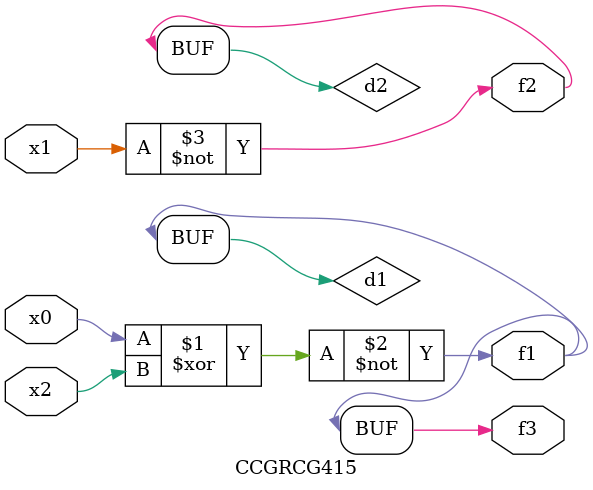
<source format=v>
module CCGRCG415(
	input x0, x1, x2,
	output f1, f2, f3
);

	wire d1, d2, d3;

	xnor (d1, x0, x2);
	nand (d2, x1);
	nor (d3, x1, x2);
	assign f1 = d1;
	assign f2 = d2;
	assign f3 = d1;
endmodule

</source>
